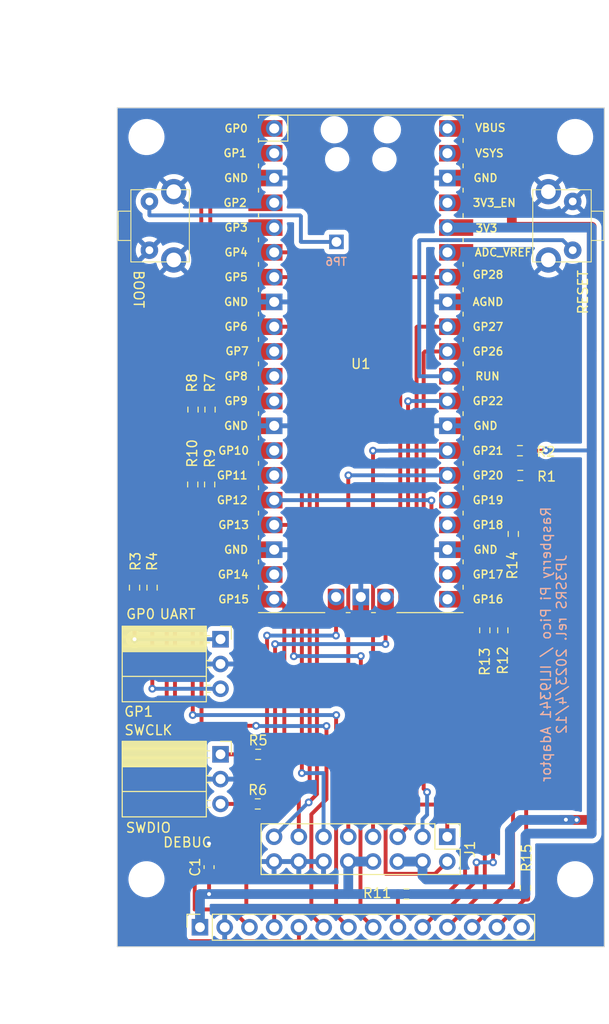
<source format=kicad_pcb>
(kicad_pcb (version 20221018) (generator pcbnew)
  (layers (0 "F.Cu" signal) (31 "B.Cu" signal) (34 "B.Paste" user) (35 "F.Paste" user) (36 "B.SilkS" user "B.Silkscreen") (37 "F.SilkS" user "F.Silkscreen") (38 "B.Mask" user) (39 "F.Mask" user) (44 "Edge.Cuts" user))
  (net 0 "")
  (net 1 "/GP0")
  (net 2 "/GP1")
  (net 3 "GND")
  (net 4 "/GP2")
  (net 5 "/GP3")
  (net 6 "/GP4")
  (net 7 "/GP5")
  (net 8 "/GP6")
  (net 9 "/GP7")
  (net 10 "/GP8")
  (net 11 "/GP9")
  (net 12 "/GP10")
  (net 13 "/GP11")
  (net 14 "/GP12")
  (net 15 "/GP13")
  (net 16 "/GP14")
  (net 17 "/GP15")
  (net 18 "/SWCLK")
  (net 19 "/SWDIO")
  (net 20 "/3V3")
  (net 21 "/GP17")
  (net 22 "/GP16")
  (net 23 "/GP18")
  (net 24 "/GP19")
  (net 25 "/RUN")
  (net 26 "Net-(U1-TP6)")
  (net 27 "/GP20")
  (net 28 "/GP21")
  (net 29 "/GP22")
  (net 30 "/GP26")
  (net 31 "/GP27")
  (net 32 "/GP28")
  (net 33 "/ADC_VREF")
  (net 34 "/3V3_EN")
  (net 35 "/VSYS")
  (net 36 "/VBUS")
  (net 38 "/UART0_TX")
  (net 39 "/UART0_RX")
  (net 40 "Net-(U1-SWCLK)")
  (net 41 "Net-(U1-SWDIO)")
  (net 42 "Net-(LCD1-~{CS})")
  (net 43 "Net-(LCD1-DC{slash}RS)")
  (net 44 "Net-(LCD1-MOSI)")
  (net 45 "Net-(LCD1-SCK)")
  (net 46 "Net-(LCD1-MISO)")
  (net 47 "Net-(LCD1-T_CLK)")
  (net 48 "Net-(LCD1-T_CS)")
  (net 49 "Net-(LCD1-T_DIN)")
  (net 50 "Net-(LCD1-T_DO)")
  (footprint "Resistor_SMD:R_0603_1608Metric_Pad0.98x0.95mm_HandSolder" (layer "F.Cu") (at 123.575 109.1875 90)
    (fp_text reference "R4")
    (fp_text value "100" hide)
  )
  (footprint "MountingHole:MountingHole_3.2mm_M3" (layer "F.Cu") (at 167 63)
    (fp_text reference "H2" hide)
    (fp_text value "MountingHole" hide)
  )
  (footprint "Resistor_SMD:R_0603_1608Metric_Pad0.98x0.95mm_HandSolder" (layer "F.Cu") (at 157.725 113.5625 -90)
    (fp_text reference "R13")
    (fp_text value "51" hide)
  )
  (footprint "_localFootprint:THBP07-043CW" (layer "F.Cu") (at 166.75 72.1 90)
    (fp_text reference "SW1" hide)
    (fp_text value "RESET")
  )
  (footprint "MountingHole:MountingHole_3.2mm_M3" (layer "F.Cu") (at 123 139.08)
    (fp_text reference "H4" hide)
    (fp_text value "MountingHole" hide)
  )
  (footprint "Resistor_SMD:R_0603_1608Metric_Pad0.98x0.95mm_HandSolder" (layer "F.Cu") (at 134.4225 131.36)
    (fp_text reference "R6")
    (fp_text value "100" hide)
  )
  (footprint "_localFootprint:THBP07-043CW" (layer "F.Cu") (at 123.3 72.1 -90)
    (fp_text reference "SW2" hide)
    (fp_text value "BOOT")
  )
  (footprint "Connector_PinSocket_2.54mm:PinSocket_1x14_P2.54mm_Vertical" (layer "F.Cu") (at 128.49 144 90)
    (fp_text reference "LCD1" hide)
    (fp_text value "MSP2807_ILI9341_2.8_SPI")
  )
  (footprint "Resistor_SMD:R_0603_1608Metric_Pad0.98x0.95mm_HandSolder" (layer "F.Cu") (at 160.65 103.6875 -90)
    (fp_text reference "R14")
    (fp_text value "51" hide)
  )
  (footprint "Resistor_SMD:R_0603_1608Metric_Pad0.98x0.95mm_HandSolder" (layer "F.Cu") (at 161.9 139.97 -90)
    (fp_text reference "R15")
    (fp_text value "51" hide)
  )
  (footprint "Resistor_SMD:R_0603_1608Metric_Pad0.98x0.95mm_HandSolder" (layer "F.Cu") (at 127.75 98.6125 -90)
    (fp_text reference "R10")
    (fp_text value "51" hide)
  )
  (footprint "Resistor_SMD:R_0603_1608Metric_Pad0.98x0.95mm_HandSolder" (layer "F.Cu") (at 129.485 98.6125 -90)
    (fp_text reference "R9")
    (fp_text value "51" hide)
  )
  (footprint "Connector_PinHeader_2.54mm:PinHeader_2x08_P2.54mm_Vertical" (layer "F.Cu") (at 153.875 134.725 -90)
    (fp_text reference "J1")
    (fp_text value "Conn_02x08_Odd_Even")
  )
  (footprint "_localFootprint:RPi_Pico_SMD_TH" (layer "F.Cu") (at 145 86.25)
    (fp_text reference "U1")
    (fp_text value "Pico")
  )
  (footprint "Resistor_SMD:R_0603_1608Metric_Pad0.98x0.95mm_HandSolder" (layer "F.Cu") (at 159.575 113.5625 -90)
    (fp_text reference "R12")
    (fp_text value "51" hide)
  )
  (footprint "Capacitor_SMD:C_0603_1608Metric_Pad1.08x0.95mm_HandSolder" (layer "F.Cu") (at 129.425 137.8375 90)
    (fp_text reference "C1")
    (fp_text value "0.1uF" hide)
  )
  (footprint "Resistor_SMD:R_0603_1608Metric_Pad0.98x0.95mm_HandSolder" (layer "F.Cu") (at 121.775 109.1875 90)
    (fp_text reference "R3")
    (fp_text value "100" hide)
  )
  (footprint "MountingHole:MountingHole_3.2mm_M3" (layer "F.Cu") (at 167 139.08)
    (fp_text reference "H3" hide)
    (fp_text value "MountingHole" hide)
  )
  (footprint "MountingHole:MountingHole_3.2mm_M3" (layer "F.Cu") (at 123 63)
    (fp_text reference "H1" hide)
    (fp_text value "MountingHole" hide)
  )
  (footprint "Resistor_SMD:R_0603_1608Metric_Pad0.98x0.95mm_HandSolder" (layer "F.Cu") (at 149.6875 140.6 180)
    (fp_text reference "R11")
    (fp_text value "51" hide)
  )
  (footprint "Resistor_SMD:R_0603_1608Metric_Pad0.98x0.95mm_HandSolder" (layer "F.Cu") (at 134.4625 126.28)
    (fp_text reference "R5")
    (fp_text value "100" hide)
  )
  (footprint "Connector_PinSocket_2.54mm:PinSocket_1x03_P2.54mm_Horizontal" (layer "F.Cu") (at 130.6 126.275)
    (fp_text reference "J2" hide)
    (fp_text value "DEBUG")
  )
  (footprint "Resistor_SMD:R_0603_1608Metric_Pad0.98x0.95mm_HandSolder" (layer "F.Cu") (at 129.525 90.9375 -90)
    (fp_text reference "R7")
    (fp_text value "51" hide)
  )
  (footprint "Resistor_SMD:R_0603_1608Metric_Pad0.98x0.95mm_HandSolder" (layer "F.Cu") (at 127.775 90.9375 -90)
    (fp_text reference "R8")
    (fp_text value "51" hide)
  )
  (footprint "Resistor_SMD:R_0603_1608Metric_Pad0.98x0.95mm_HandSolder" (layer "F.Cu") (at 161.3325 95.15 180)
    (fp_text reference "R2")
    (fp_text value "4.7k" hide)
  )
  (footprint "Connector_PinSocket_2.54mm:PinSocket_1x03_P2.54mm_Horizontal" (layer "F.Cu") (at 130.6 114.475)
    (fp_text reference "J3" hide)
    (fp_text value "UART")
  )
  (footprint "Resistor_SMD:R_0603_1608Metric_Pad0.98x0.95mm_HandSolder" (layer "F.Cu") (at 161.3725 97.69 180)
    (fp_text reference "R1")
    (fp_text value "4.7k" hide)
  )
  (gr_rect (start 120 60) (end 170 146) (stroke (width 0.1)) (fill none) (layer "Edge.Cuts"))
  (gr_text "Raspberry Pi Pico / ILI9341 Adaptor\nJP3SRS rel. 2023/4/12" (at 166.2 115 90) (layer "B.SilkS") (effects (font (size 1 1)) (justify bottom mirror)))
  (gr_text "GP0" (at 122.4 111.9) (layer "F.SilkS") (effects (font (size 1 1))))
  (gr_text "GP1" (at 122.2 121.9) (layer "F.SilkS") (effects (font (size 1 1))))
  (segment (start 128.65 62.12) (end 136.11 62.12) (width 0.4) (layer "F.Cu") (net 1))
  (segment (start 128.625 62.145) (end 128.65 62.12) (width 0.4) (layer "F.Cu") (net 1))
  (segment (start 128.575 78.25) (end 128.625 78.2) (width 0.4) (layer "F.Cu") (net 1))
  (segment (start 128.625 78.2) (end 128.625 62.145) (width 0.4) (layer "F.Cu") (net 1))
  (segment (start 121.775 108.275) (end 121.775 78.25) (width 0.4) (layer "F.Cu") (net 1))
  (segment (start 121.775 78.25) (end 128.575 78.25) (width 0.4) (layer "F.Cu") (net 1))
  (segment (start 129.525 79.225) (end 129.55 79.2) (width 0.4) (layer "F.Cu") (net 2))
  (segment (start 123.575 108.275) (end 122.55 107.25) (width 0.4) (layer "F.Cu") (net 2))
  (segment (start 122.55 79.225) (end 129.525 79.225) (width 0.4) (layer "F.Cu") (net 2))
  (segment (start 129.55 64.66) (end 136.11 64.66) (width 0.4) (layer "F.Cu") (net 2))
  (segment (start 129.55 79.2) (end 129.55 64.66) (width 0.4) (layer "F.Cu") (net 2))
  (segment (start 122.55 107.25) (end 122.55 79.225) (width 0.4) (layer "F.Cu") (net 2))
  (segment (start 129.425 136.975) (end 129.425 135.425) (width 0.4) (layer "F.Cu") (net 3))
  (via (at 129.425 135.425) (size 0.8) (drill 0.4) (layers "F.Cu" "B.Cu") (net 3))
  (segment (start 139.654084 131.195916) (end 139.65 131.2) (width 0.4) (layer "F.Cu") (net 6))
  (segment (start 140.42 74.82) (end 136.11 74.82) (width 0.4) (layer "F.Cu") (net 6))
  (segment (start 140.5 130.35) (end 140.5 74.9) (width 0.4) (layer "F.Cu") (net 6))
  (segment (start 140.5 74.9) (end 140.42 74.82) (width 0.4) (layer "F.Cu") (net 6))
  (segment (start 139.654084 131.195916) (end 140.5 130.35) (width 0.4) (layer "F.Cu") (net 6))
  (via (at 139.65 131.2) (size 0.8) (drill 0.4) (layers "F.Cu" "B.Cu") (net 6))
  (segment (start 139.65 131.2) (end 139.62 131.2) (width 0.4) (layer "B.Cu") (net 6))
  (segment (start 139.62 131.2) (end 136.095 134.725) (width 0.4) (layer "B.Cu") (net 6))
  (segment (start 139.75 129.2) (end 139.75 77.45) (width 0.4) (layer "F.Cu") (net 7))
  (segment (start 139.66 77.36) (end 136.11 77.36) (width 0.4) (layer "F.Cu") (net 7))
  (segment (start 138.635 130.315) (end 138.7625 130.1875) (width 0.4) (layer "F.Cu") (net 7))
  (segment (start 138.635 134.725) (end 138.635 130.315) (width 0.4) (layer "F.Cu") (net 7))
  (segment (start 139.75 77.45) (end 139.66 77.36) (width 0.4) (layer "F.Cu") (net 7))
  (segment (start 138.7625 130.1875) (end 139.75 129.2) (width 0.4) (layer "F.Cu") (net 7))
  (segment (start 138.95 82.625) (end 138.95 128.2) (width 0.4) (layer "F.Cu") (net 8))
  (segment (start 138.765 82.44) (end 138.95 82.625) (width 0.4) (layer "F.Cu") (net 8))
  (segment (start 136.11 82.44) (end 138.765 82.44) (width 0.4) (layer "F.Cu") (net 8))
  (via (at 138.95 128.2) (size 0.8) (drill 0.4) (layers "F.Cu" "B.Cu") (net 8))
  (segment (start 141.175 134.725) (end 141.175 128.2) (width 0.4) (layer "B.Cu") (net 8))
  (segment (start 138.95 128.2) (end 141.175 128.2) (width 0.4) (layer "B.Cu") (net 8))
  (segment (start 127.775 87.55) (end 127.775 90.025) (width 0.4) (layer "F.Cu") (net 10))
  (segment (start 127.805 87.52) (end 127.775 87.55) (width 0.4) (layer "F.Cu") (net 10))
  (segment (start 136.11 87.52) (end 127.805 87.52) (width 0.4) (layer "F.Cu") (net 10))
  (segment (start 136.11 90.06) (end 129.56 90.06) (width 0.4) (layer "F.Cu") (net 11))
  (segment (start 129.56 90.06) (end 129.525 90.025) (width 0.4) (layer "F.Cu") (net 11))
  (segment (start 136.11 95.14) (end 127.785 95.14) (width 0.4) (layer "F.Cu") (net 12))
  (segment (start 127.785 95.14) (end 127.75 95.175) (width 0.4) (layer "F.Cu") (net 12))
  (segment (start 127.75 95.175) (end 127.75 97.7) (width 0.4) (layer "F.Cu") (net 12))
  (segment (start 136.11 97.68) (end 129.505 97.68) (width 0.4) (layer "F.Cu") (net 13))
  (segment (start 129.505 97.68) (end 129.485 97.7) (width 0.4) (layer "F.Cu") (net 13))
  (segment (start 152.25 115.775) (end 152.25 100.25) (width 0.4) (layer "F.Cu") (net 14))
  (segment (start 155.7 136.05) (end 155.7 119.225) (width 0.4) (layer "F.Cu") (net 14))
  (segment (start 150.6 140.6) (end 153.8 140.6) (width 0.4) (layer "F.Cu") (net 14))
  (segment (start 153.8 140.6) (end 155.7 138.7) (width 0.4) (layer "F.Cu") (net 14))
  (segment (start 155.7 119.225) (end 152.25 115.775) (width 0.4) (layer "F.Cu") (net 14))
  (segment (start 155.7 138.7) (end 155.7 136.05) (width 0.4) (layer "F.Cu") (net 14))
  (via (at 152.25 100.25) (size 0.8) (drill 0.4) (layers "F.Cu" "B.Cu") (net 14))
  (segment (start 152.22 100.22) (end 136.11 100.22) (width 0.4) (layer "B.Cu") (net 14))
  (segment (start 152.25 100.25) (end 152.22 100.22) (width 0.4) (layer "B.Cu") (net 14))
  (segment (start 145 131.5) (end 145 116.2) (width 0.4) (layer "F.Cu") (net 15))
  (segment (start 138.06 102.76) (end 138.125 102.825) (width 0.4) (layer "F.Cu") (net 15))
  (segment (start 146.27 144) (end 144.965 142.695) (width 0.4) (layer "F.Cu") (net 15))
  (segment (start 136.11 102.76) (end 138.06 102.76) (width 0.4) (layer "F.Cu") (net 15))
  (segment (start 138.125 102.825) (end 138.125 116.225) (width 0.4) (layer "F.Cu") (net 15))
  (segment (start 144.965 131.535) (end 145 131.5) (width 0.4) (layer "F.Cu") (net 15))
  (segment (start 144.965 142.695) (end 144.965 131.535) (width 0.4) (layer "F.Cu") (net 15))
  (via (at 145 116.2) (size 0.8) (drill 0.4) (layers "F.Cu" "B.Cu") (net 15))
  (via (at 138.125 116.225) (size 0.8) (drill 0.4) (layers "F.Cu" "B.Cu") (net 15))
  (segment (start 145 116.2) (end 138.15 116.2) (width 0.4) (layer "B.Cu") (net 15))
  (segment (start 138.15 116.2) (end 138.125 116.225) (width 0.4) (layer "B.Cu") (net 15))
  (segment (start 136.11 142.535) (end 136.1 142.525) (width 0.4) (layer "F.Cu") (net 17))
  (segment (start 136.505 110.38) (end 137.15 111.025) (width 0.4) (layer "F.Cu") (net 17))
  (segment (start 136.11 144) (end 136.11 142.535) (width 0.4) (layer "F.Cu") (net 17))
  (segment (start 133.25 142.275) (end 133.25 132.825) (width 0.4) (layer "F.Cu") (net 17))
  (segment (start 136.11 110.38) (end 136.505 110.38) (width 0.4) (layer "F.Cu") (net 17))
  (segment (start 136.1 142.525) (end 136.1 142.275) (width 0.4) (layer "F.Cu") (net 17))
  (segment (start 133.25 132.825) (end 136.725 132.825) (width 0.4) (layer "F.Cu") (net 17))
  (segment (start 136.1 142.275) (end 133.25 142.275) (width 0.4) (layer "F.Cu") (net 17))
  (segment (start 136.725 132.825) (end 137.15 132.4) (width 0.4) (layer "F.Cu") (net 17))
  (segment (start 137.15 132.4) (end 137.15 111.025) (width 0.4) (layer "F.Cu") (net 17))
  (segment (start 133.55 126.28) (end 130.605 126.28) (width 0.4) (layer "F.Cu") (net 18))
  (segment (start 130.605 126.28) (end 130.6 126.275) (width 0.4) (layer "F.Cu") (net 18))
  (segment (start 130.605 131.36) (end 130.6 131.355) (width 0.4) (layer "F.Cu") (net 19))
  (segment (start 133.51 131.36) (end 130.605 131.36) (width 0.4) (layer "F.Cu") (net 19))
  (segment (start 129.425 138.7) (end 129.425 140.6) (width 0.4) (layer "F.Cu") (net 20))
  (segment (start 162.245 97.65) (end 162.285 97.69) (width 0.4) (layer "F.Cu") (net 20))
  (segment (start 162.245 95.15) (end 163.975 95.15) (width 0.4) (layer "F.Cu") (net 20))
  (segment (start 163.975 95.15) (end 164 95.125) (width 0.4) (layer "F.Cu") (net 20))
  (segment (start 162.245 95.15) (end 162.245 97.65) (width 0.4) (layer "F.Cu") (net 20))
  (via (at 129.425 140.6) (size 0.8) (drill 0.4) (layers "F.Cu" "B.Cu") (net 20))
  (via (at 164 95.125) (size 0.8) (drill 0.4) (layers "F.Cu" "B.Cu") (net 20))
  (segment (start 128.49 140.61) (end 128.49 144) (width 1) (layer "B.Cu") (net 20))
  (segment (start 168.7 95.125) (end 168.7 134.4) (width 1) (layer "B.Cu") (net 20))
  (segment (start 168.7 72.3) (end 168.7 84.9) (width 1) (layer "B.Cu") (net 20))
  (segment (start 143.715 140.585) (end 143.7 140.6) (width 1) (layer "B.Cu") (net 20))
  (segment (start 168.7 84.9) (end 168.7 95.125) (width 1) (layer "B.Cu") (net 20))
  (segment (start 168.7 134.4) (end 162.1 134.4) (width 1) (layer "B.Cu") (net 20))
  (segment (start 161.9 134.6) (end 161.9 140.6) (width 1) (layer "B.Cu") (net 20))
  (segment (start 143.715 137.265) (end 143.715 140.585) (width 1) (layer "B.Cu") (net 20))
  (segment (start 143.715 137.265) (end 146.255 137.265) (width 1) (layer "B.Cu") (net 20))
  (segment (start 153.89 72.28) (end 168.68 72.28) (width 1) (layer "B.Cu") (net 20))
  (segment (start 162.1 134.4) (end 161.9 134.6) (width 1) (layer "B.Cu") (net 20))
  (segment (start 143.7 140.6) (end 129.425 140.6) (width 1) (layer "B.Cu") (net 20))
  (segment (start 129.425 140.6) (end 128.5 140.6) (width 1) (layer "B.Cu") (net 20))
  (segment (start 168.68 72.28) (end 168.7 72.3) (width 1) (layer "B.Cu") (net 20))
  (segment (start 128.5 140.6) (end 128.49 140.61) (width 1) (layer "B.Cu") (net 20))
  (segment (start 148.8 140.6) (end 143.7 140.6) (width 1) (layer "B.Cu") (net 20))
  (segment (start 161.9 140.6) (end 148.8 140.6) (width 1) (layer "B.Cu") (net 20))
  (segment (start 164 95.125) (end 168.7 95.125) (width 0.4) (layer "B.Cu") (net 20))
  (segment (start 159.515 107.84) (end 153.89 107.84) (width 0.4) (layer "F.Cu") (net 21))
  (segment (start 159.575 112.65) (end 159.575 107.9) (width 0.4) (layer "F.Cu") (net 21))
  (segment (start 159.575 107.9) (end 159.515 107.84) (width 0.4) (layer "F.Cu") (net 21))
  (segment (start 157.68 110.38) (end 153.89 110.38) (width 0.4) (layer "F.Cu") (net 22))
  (segment (start 157.725 112.65) (end 157.725 110.425) (width 0.4) (layer "F.Cu") (net 22))
  (segment (start 157.725 110.425) (end 157.68 110.38) (width 0.4) (layer "F.Cu") (net 22))
  (segment (start 153.89 102.76) (end 160.635 102.76) (width 0.4) (layer "F.Cu") (net 23))
  (segment (start 160.635 102.76) (end 160.65 102.775) (width 0.4) (layer "F.Cu") (net 23))
  (segment (start 161.9 139.0575) (end 161.974501 138.982999) (width 0.4) (layer "F.Cu") (net 24))
  (segment (start 161.974501 100.325499) (end 161.975 100.325) (width 0.4) (layer "F.Cu") (net 24))
  (segment (start 161.87 100.22) (end 153.89 100.22) (width 0.4) (layer "F.Cu") (net 24))
  (segment (start 161.974501 138.982999) (end 161.974501 100.325499) (width 0.4) (layer "F.Cu") (net 24))
  (segment (start 161.975 100.325) (end 161.87 100.22) (width 0.4) (layer "F.Cu") (net 24))
  (segment (start 165.72 73.57) (end 166.75 74.6) (width 0.4) (layer "B.Cu") (net 25))
  (segment (start 151 87.525) (end 151 73.625) (width 0.4) (layer "B.Cu") (net 25))
  (segment (start 153.89 87.52) (end 151.005 87.52) (width 0.4) (layer "B.Cu") (net 25))
  (segment (start 151.005 87.52) (end 151 87.525) (width 0.4) (layer "B.Cu") (net 25))
  (segment (start 151 73.625) (end 151.055 73.57) (width 0.4) (layer "B.Cu") (net 25))
  (segment (start 151.055 73.57) (end 165.72 73.57) (width 0.4) (layer "B.Cu") (net 25))
  (segment (start 142.5 73.75) (end 138.875 73.75) (width 0.4) (layer "B.Cu") (net 26))
  (segment (start 138.755 71.03) (end 123.33 71.03) (width 0.4) (layer "B.Cu") (net 26))
  (segment (start 123.3 71) (end 123.3 69.6) (width 0.4) (layer "B.Cu") (net 26))
  (segment (start 138.85 71.125) (end 138.755 71.03) (width 0.4) (layer "B.Cu") (net 26))
  (segment (start 123.33 71.03) (end 123.3 71) (width 0.4) (layer "B.Cu") (net 26))
  (segment (start 138.85 73.725) (end 138.85 71.125) (width 0.4) (layer "B.Cu") (net 26))
  (segment (start 138.875 73.75) (end 138.85 73.725) (width 0.4) (layer "B.Cu") (net 26))
  (segment (start 143.715 101.385999) (end 143.715 97.685) (width 0.4) (layer "F.Cu") (net 27))
  (segment (start 143.715 97.685) (end 143.725 97.675) (width 0.4) (layer "F.Cu") (net 27))
  (segment (start 153.89 97.68) (end 160.45 97.68) (width 0.4) (layer "F.Cu") (net 27))
  (segment (start 143.715 134.725) (end 143.715 101.385999) (width 0.4) (layer "F.Cu") (net 27))
  (segment (start 160.45 97.68) (end 160.46 97.69) (width 0.4) (layer "F.Cu") (net 27))
  (via (at 143.725 97.675) (size 0.8) (drill 0.4) (layers "F.Cu" "B.Cu") (net 27))
  (segment (start 153.89 97.68) (end 147.420999 97.68) (width 0.4) (layer "B.Cu") (net 27))
  (segment (start 143.725 97.675) (end 147.415999 97.675) (width 0.4) (layer "B.Cu") (net 27))
  (segment (start 147.415999 97.675) (end 147.420999 97.68) (width 0.4) (layer "B.Cu") (net 27))
  (segment (start 153.89 95.14) (end 160.41 95.14) (width 0.4) (layer "F.Cu") (net 28))
  (segment (start 146.255 95.155) (end 146.25 95.15) (width 0.4) (layer "F.Cu") (net 28))
  (segment (start 146.255 134.725) (end 146.255 100.325664) (width 0.4) (layer "F.Cu") (net 28))
  (segment (start 160.41 95.14) (end 160.42 95.15) (width 0.4) (layer "F.Cu") (net 28))
  (segment (start 146.255 100.325664) (end 146.255 95.155) (width 0.4) (layer "F.Cu") (net 28))
  (via (at 146.25 95.15) (size 0.8) (drill 0.4) (layers "F.Cu" "B.Cu") (net 28))
  (segment (start 146.25 95.15) (end 147.875 95.15) (width 0.4) (layer "B.Cu") (net 28))
  (segment (start 147.885 95.14) (end 153.89 95.14) (width 0.4) (layer "B.Cu") (net 28))
  (segment (start 147.875 95.15) (end 147.885 95.14) (width 0.4) (layer "B.Cu") (net 28))
  (segment (start 148.795 134.725) (end 149.85 133.67) (width 0.4) (layer "F.Cu") (net 29))
  (segment (start 149.85 133.67) (end 149.85 90.4005) (width 0.4) (layer "F.Cu") (net 29))
  (segment (start 149.85 90.4005) (end 149.85 90.075) (width 0.4) (layer "F.Cu") (net 29))
  (via (at 149.85 90.075) (size 0.8) (drill 0.4) (layers "F.Cu" "B.Cu") (net 29))
  (segment (start 149.865 90.06) (end 153.89 90.06) (width 0.4) (layer "B.Cu") (net 29))
  (segment (start 149.85 90.075) (end 149.865 90.06) (width 0.4) (layer "B.Cu") (net 29))
  (segment (start 151.595 84.98) (end 151.45 85.125) (width 0.4) (layer "F.Cu") (net 30))
  (segment (start 151.45 85.125) (end 151.45 129.8) (width 0.4) (layer "F.Cu") (net 30))
  (segment (start 153.89 84.98) (end 151.595 84.98) (width 0.4) (layer "F.Cu") (net 30))
  (segment (start 151.45 129.8) (end 151.8 130.15) (width 0.4) (layer "F.Cu") (net 30))
  (via (at 151.8 130.15) (size 0.8) (drill 0.4) (layers "F.Cu" "B.Cu") (net 30))
  (segment (start 151.8 130.15) (end 151.8 132.475) (width 0.4) (layer "B.Cu") (net 30))
  (segment (start 151.335 132.94) (end 151.335 134.725) (width 0.4) (layer "B.Cu") (net 30))
  (segment (start 151.8 132.475) (end 151.335 132.94) (width 0.4) (layer "B.Cu") (net 30))
  (segment (start 153.89 82.44) (end 150.785 82.44) (width 0.4) (layer "F.Cu") (net 31))
  (segment (start 150.785 82.44) (end 150.723501 82.501499) (width 0.4) (layer "F.Cu") (net 31))
  (segment (start 153.823501 131.423501) (end 153.875 131.475) (width 0.4) (layer "F.Cu") (net 31))
  (segment (start 153.875 131.475) (end 153.875 134.725) (width 0.4) (layer "F.Cu") (net 31))
  (segment (start 150.723501 82.501499) (end 150.723501 131.423501) (width 0.4) (layer "F.Cu") (net 31))
  (segment (start 150.723501 131.423501) (end 153.823501 131.423501) (width 0.4) (layer "F.Cu") (net 31))
  (segment (start 149.05 77.35) (end 149.05 130.25) (width 0.4) (layer "F.Cu") (net 32))
  (segment (start 152.615 138.525) (end 153.875 137.265) (width 0.4) (layer "F.Cu") (net 32))
  (segment (start 147.545 131.755) (end 147.545 138.495) (width 0.4) (layer "F.Cu") (net 32))
  (segment (start 153.89 77.36) (end 149.06 77.36) (width 0.4) (layer "F.Cu") (net 32))
  (segment (start 149.05 130.25) (end 147.545 131.755) (width 0.4) (layer "F.Cu") (net 32))
  (segment (start 149.06 77.36) (end 149.05 77.35) (width 0.4) (layer "F.Cu") (net 32))
  (segment (start 147.575 138.525) (end 152.615 138.525) (width 0.4) (layer "F.Cu") (net 32))
  (segment (start 147.545 138.495) (end 147.575 138.525) (width 0.4) (layer "F.Cu") (net 32))
  (segment (start 166.6 133) (end 168.7 133) (width 1) (layer "F.Cu") (net 35))
  (segment (start 166.6 133) (end 165.5 133) (width 1) (layer "F.Cu") (net 35))
  (segment (start 160.5 65) (end 160.16 64.66) (width 1) (layer "F.Cu") (net 35))
  (segment (start 168.7 72.2) (end 160.5 72.2) (width 1) (layer "F.Cu") (net 35))
  (segment (start 160.5 72.2) (end 160.5 65) (width 1) (layer "F.Cu") (net 35))
  (segment (start 160.16 64.66) (end 153.89 64.66) (width 1) (layer "F.Cu") (net 35))
  (segment (start 168.7 133) (end 168.7 72.2) (width 1) (layer "F.Cu") (net 35))
  (via (at 166.05 132.975) (size 0.8) (drill 0.4) (layers "F.Cu" "B.Cu") (net 35))
  (via (at 167.15 133) (size 0.8) (drill 0.4) (layers "F.Cu" "B.Cu") (net 35))
  (segment (start 151.335 137.265) (end 151.335 138.735) (width 1) (layer "B.Cu") (net 35))
  (segment (start 148.795 137.265) (end 151.335 137.265) (width 1) (layer "B.Cu") (net 35))
  (segment (start 151.335 138.735) (end 151.7 139.1) (width 1) (layer "B.Cu") (net 35))
  (segment (start 160.3 139.1) (end 160.3 134.1) (width 1) (layer "B.Cu") (net 35))
  (segment (start 151.7 139.1) (end 160.3 139.1) (width 1) (layer "B.Cu") (net 35))
  (segment (start 160.3 134.1) (end 161.4 133) (width 1) (layer "B.Cu") (net 35))
  (segment (start 161.4 133) (end 166.6 133) (width 1) (layer "B.Cu") (net 35))
  (segment (start 121.775 114.475) (end 121.775 110.1) (width 0.4) (layer "F.Cu") (net 38))
  (via (at 121.775 114.475) (size 0.8) (drill 0.4) (layers "F.Cu" "B.Cu") (net 38))
  (segment (start 130.6 114.475) (end 121.775 114.475) (width 0.4) (layer "B.Cu") (net 38))
  (segment (start 123.6 110.125) (end 123.575 110.1) (width 0.4) (layer "F.Cu") (net 39))
  (segment (start 123.6 119.55) (end 123.6 110.125) (width 0.4) (layer "F.Cu") (net 39))
  (via (at 123.6 119.55) (size 0.8) (drill 0.4) (layers "F.Cu" "B.Cu") (net 39))
  (segment (start 123.605 119.555) (end 123.6 119.55) (width 0.4) (layer "B.Cu") (net 39))
  (segment (start 130.6 119.555) (end 123.605 119.555) (width 0.4) (layer "B.Cu") (net 39))
  (segment (start 142.46 114.09) (end 142.45 114.1) (width 0.4) (layer "F.Cu") (net 40))
  (segment (start 135.375 114.1) (end 135.375 126.28) (width 0.4) (layer "F.Cu") (net 40))
  (segment (start 142.46 110.15) (end 142.46 114.09) (width 0.4) (layer "F.Cu") (net 40))
  (via (at 142.45 114.1) (size 0.8) (drill 0.4) (layers "F.Cu" "B.Cu") (net 40))
  (via (at 135.375 114.1) (size 0.8) (drill 0.4) (layers "F.Cu" "B.Cu") (net 40))
  (segment (start 142.45 114.1) (end 135.375 114.1) (width 0.4) (layer "B.Cu") (net 40))
  (segment (start 135.345 131.35) (end 135.335 131.36) (width 0.4) (layer "F.Cu") (net 41))
  (segment (start 136.2 131.35) (end 135.345 131.35) (width 0.4) (layer "F.Cu") (net 41))
  (segment (start 136.2 114.975) (end 136.2 124.475) (width 0.4) (layer "F.Cu") (net 41))
  (segment (start 136.475 124.75) (end 136.475 131.075) (width 0.4) (layer "F.Cu") (net 41))
  (segment (start 136.2 124.475) (end 136.475 124.75) (width 0.4) (layer "F.Cu") (net 41))
  (segment (start 147.54 114.96) (end 147.525 114.975) (width 0.4) (layer "F.Cu") (net 41))
  (segment (start 147.54 110.15) (end 147.54 114.96) (width 0.4) (layer "F.Cu") (net 41))
  (segment (start 136.475 131.075) (end 136.2 131.35) (width 0.4) (layer "F.Cu") (net 41))
  (via (at 147.525 114.975) (size 0.8) (drill 0.4) (layers "F.Cu" "B.Cu") (net 41))
  (via (at 136.2 114.975) (size 0.8) (drill 0.4) (layers "F.Cu" "B.Cu") (net 41))
  (segment (start 147.525 114.975) (end 136.2 114.975) (width 0.4) (layer "B.Cu") (net 41))
  (segment (start 129.525 91.85) (end 129.525 93.25) (width 0.4) (layer "F.Cu") (net 42))
  (segment (start 129.525 93.25) (end 125.925 93.25) (width 0.4) (layer "F.Cu") (net 42))
  (segment (start 127.95 142.175) (end 131.745 142.175) (width 0.4) (layer "F.Cu") (net 42))
  (segment (start 131.745 142.175) (end 133.57 144) (width 0.4) (layer "F.Cu") (net 42))
  (segment (start 127.95 136.85) (end 127.95 142.175) (width 0.4) (layer "F.Cu") (net 42))
  (segment (start 125.925 134.825) (end 127.95 136.85) (width 0.4) (layer "F.Cu") (net 42))
  (segment (start 125.925 93.25) (end 125.925 134.825) (width 0.4) (layer "F.Cu") (net 42))
  (segment (start 127.775 91.85) (end 125.075 91.85) (width 0.4) (layer "F.Cu") (net 43))
  (segment (start 126.9 145.35) (end 126.975 145.425) (width 0.4) (layer "F.Cu") (net 43))
  (segment (start 125.075 135.225) (end 126.9 137.05) (width 0.4) (layer "F.Cu") (net 43))
  (segment (start 138.65 145.4) (end 138.65 144) (width 0.4) (layer "F.Cu") (net 43))
  (segment (start 125.075 91.85) (end 125.075 135.225) (width 0.4) (layer "F.Cu") (net 43))
  (segment (start 126.9 137.05) (end 126.9 145.35) (width 0.4) (layer "F.Cu") (net 43))
  (segment (start 138.625 145.425) (end 138.65 145.4) (width 0.4) (layer "F.Cu") (net 43))
  (segment (start 126.975 145.425) (end 138.625 145.425) (width 0.4) (layer "F.Cu") (net 43))
  (segment (start 139.925 132.425) (end 141.475 130.875) (width 0.4) (layer "F.Cu") (net 44))
  (segment (start 129.485 99.525) (end 129.485 101.09) (width 0.4) (layer "F.Cu") (net 44))
  (segment (start 128.65 123.35) (end 134.25 123.35) (width 0.4) (layer "F.Cu") (net 44))
  (segment (start 141.475 130.875) (end 141.475 123.375) (width 0.4) (layer "F.Cu") (net 44))
  (segment (start 141.19 144) (end 139.925 142.735) (width 0.4) (layer "F.Cu") (net 44))
  (segment (start 139.925 142.735) (end 139.925 132.425) (width 0.4) (layer "F.Cu") (net 44))
  (segment (start 128.65 101.925) (end 128.65 123.35) (width 0.4) (layer "F.Cu") (net 44))
  (segment (start 129.485 101.09) (end 128.65 101.925) (width 0.4) (layer "F.Cu") (net 44))
  (via (at 134.25 123.35) (size 0.8) (drill 0.4) (layers "F.Cu" "B.Cu") (net 44))
  (via (at 141.475 123.375) (size 0.8) (drill 0.4) (layers "F.Cu" "B.Cu") (net 44))
  (segment (start 141.475 123.375) (end 134.275 123.375) (width 0.4) (layer "B.Cu") (net 44))
  (segment (start 134.275 123.375) (end 134.25 123.35) (width 0.4) (layer "B.Cu") (net 44))
  (segment (start 143.73 144) (end 142.465 142.735) (width 0.4) (layer "F.Cu") (net 45))
  (segment (start 127.75 99.525) (end 127.75 107.624294) (width 0.4) (layer "F.Cu") (net 45))
  (segment (start 142.465 122.26) (end 142.475 122.25) (width 0.4) (layer "F.Cu") (net 45))
  (segment (start 142.465 142.735) (end 142.465 122.26) (width 0.4) (layer "F.Cu") (net 45))
  (segment (start 127.75 107.624294) (end 127.75 122.25) (width 0.4) (layer "F.Cu") (net 45))
  (via (at 127.75 122.25) (size 0.8) (drill 0.4) (layers "F.Cu" "B.Cu") (net 45))
  (via (at 142.475 122.25) (size 0.8) (drill 0.4) (layers "F.Cu" "B.Cu") (net 45))
  (segment (start 127.75 122.25) (end 142.475 122.25) (width 0.4) (layer "B.Cu") (net 45))
  (segment (start 148.81 144) (end 148.81 140.635) (width 0.4) (layer "F.Cu") (net 46))
  (segment (start 154.15 141.925) (end 153.425 141.925) (width 0.4) (layer "F.Cu") (net 47))
  (segment (start 159.6 118.525) (end 158.575 119.55) (width 0.4) (layer "F.Cu") (net 47))
  (segment (start 156.875 139.2) (end 154.15 141.925) (width 0.4) (layer "F.Cu") (net 47))
  (segment (start 159.6 116.875) (end 159.6 118.525) (width 0.4) (layer "F.Cu") (net 47))
  (segment (start 153.425 141.925) (end 151.35 144) (width 0.4) (layer "F.Cu") (net 47))
  (segment (start 158.575 119.55) (end 158.575 137.35) (width 0.4) (layer "F.Cu") (net 47))
  (segment (start 156.875 137.35) (end 156.875 139.2) (width 0.4) (layer "F.Cu") (net 47))
  (segment (start 159.6 116.875) (end 159.6 114.5) (width 0.4) (layer "F.Cu") (net 47))
  (segment (start 159.6 114.5) (end 159.575 114.475) (width 0.4) (layer "F.Cu") (net 47))
  (via (at 158.575 137.35) (size 0.8) (drill 0.4) (layers "F.Cu" "B.Cu") (net 47))
  (via (at 156.875 137.35) (size 0.8) (drill 0.4) (layers "F.Cu" "B.Cu") (net 47))
  (segment (start 158.575 137.35) (end 156.875 137.35) (width 0.4) (layer "B.Cu") (net 47))
  (segment (start 157.725 140.165) (end 157.725 114.475) (width 0.4) (layer "F.Cu") (net 48))
  (segment (start 153.89 144) (end 157.725 140.165) (width 0.4) (layer "F.Cu") (net 48))
  (segment (start 156.43 144) (end 160.625 139.805) (width 0.4) (layer "F.Cu") (net 49))
  (segment (start 160.625 139.805) (end 160.625 104.625) (width 0.4) (layer "F.Cu") (net 49))
  (segment (start 161.8825 140.9) (end 161.9 140.8825) (width 0.4) (layer "F.Cu") (net 50))
  (segment (start 158.97 144) (end 161.9 141.07) (width 0.4) (layer "F.Cu") (net 50))
  (segment (start 161.9 141.07) (end 161.9 140.8825) (width 0.4) (layer "F.Cu") (net 50))
  (zone (net 3) (net_name "GND") (layer "B.Cu") (connect_pads (clearance 0.5)) (min_thickness 0.25) (fill yes (thermal_gap 0.5) (thermal_bridge_width 0.5))
    (polygon (pts (xy 120 60) (xy 170 60) (xy 170 146) (xy 120 146)))
  )
)
</source>
